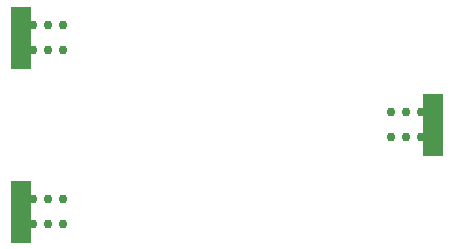
<source format=gbr>
%TF.GenerationSoftware,KiCad,Pcbnew,(6.0.2-0)*%
%TF.CreationDate,2022-03-21T23:10:48-05:00*%
%TF.ProjectId,EE515X_Project,45453531-3558-45f5-9072-6f6a6563742e,rev?*%
%TF.SameCoordinates,Original*%
%TF.FileFunction,Soldermask,Bot*%
%TF.FilePolarity,Negative*%
%FSLAX46Y46*%
G04 Gerber Fmt 4.6, Leading zero omitted, Abs format (unit mm)*
G04 Created by KiCad (PCBNEW (6.0.2-0)) date 2022-03-21 23:10:48*
%MOMM*%
%LPD*%
G01*
G04 APERTURE LIST*
%ADD10C,0.762000*%
%ADD11R,1.778000X5.334000*%
G04 APERTURE END LIST*
D10*
%TO.C,J2*%
X82158688Y-112826800D03*
X82158688Y-110693200D03*
X80888688Y-110693200D03*
X79618688Y-110693200D03*
X78348688Y-110693200D03*
X78348688Y-112826800D03*
D11*
X78602688Y-111760000D03*
D10*
X80888688Y-112826800D03*
X79618688Y-112826800D03*
%TD*%
%TO.C,J1*%
X82169000Y-98094800D03*
X82169000Y-95961200D03*
X80899000Y-95961200D03*
X79629000Y-95961200D03*
X78359000Y-95961200D03*
X78359000Y-98094800D03*
D11*
X78613000Y-97028000D03*
D10*
X80899000Y-98094800D03*
X79629000Y-98094800D03*
%TD*%
%TO.C,J3*%
X109865312Y-103327200D03*
X109865312Y-105460800D03*
X111135312Y-105460800D03*
X112405312Y-105460800D03*
X113675312Y-105460800D03*
X113675312Y-103327200D03*
D11*
X113421312Y-104394000D03*
D10*
X111135312Y-103327200D03*
X112405312Y-103327200D03*
%TD*%
M02*

</source>
